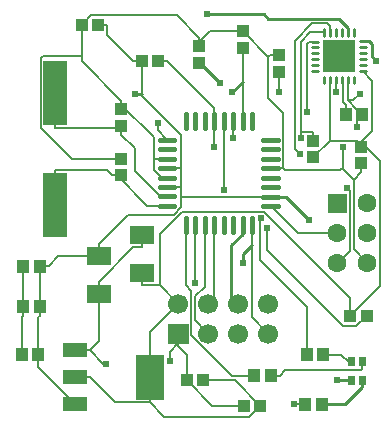
<source format=gtl>
G04 Layer: TopLayer*
G04 EasyEDA v6.4.5, 2020-09-10T17:23:05--4:00*
G04 2e966794ef5b4dc9b60ed7227ec9bd29,ebf70693e8d24e819ce4a1bff5f43d4f,10*
G04 Gerber Generator version 0.2*
G04 Scale: 100 percent, Rotated: No, Reflected: No *
G04 Dimensions in millimeters *
G04 leading zeros omitted , absolute positions ,3 integer and 3 decimal *
%FSLAX33Y33*%
%MOMM*%
G90*
G71D02*

%ADD10C,0.254000*%
%ADD11C,0.159995*%
%ADD12C,0.450012*%
%ADD13C,0.280010*%
%ADD14C,0.610006*%
%ADD15C,0.609600*%
%ADD16R,1.999996X5.499989*%
%ADD17R,1.099998X0.999998*%
%ADD18R,0.999998X1.099998*%
%ADD23R,1.999996X1.600200*%
%ADD25C,1.699997*%
%ADD26C,1.599997*%

%LPD*%
G54D10*
G01X18923Y28194D02*
G01X19785Y29032D01*
G01X10668Y28067D02*
G01X11240Y28067D01*
G01X29014Y3773D02*
G01X27813Y3773D01*
G01X22149Y19344D02*
G01X23455Y19344D01*
G01X25400Y17399D01*
G01X19812Y13716D02*
G01X19812Y14489D01*
G01X20574Y15251D01*
G01X19774Y16954D02*
G01X19774Y16217D01*
G01X18796Y15240D01*
G01X18796Y10922D01*
G01X19431Y10287D01*
G01X29915Y3773D02*
G01X29915Y3244D01*
G01X29083Y2413D01*
G01X28448Y1778D01*
G01X26482Y1778D01*
G01X29940Y32484D02*
G01X30480Y32484D01*
G01X30734Y32230D01*
G01X30734Y31242D01*
G01X31115Y30861D01*
G54D11*
G01X28695Y27505D02*
G01X29157Y27505D01*
G01X29718Y28067D01*
G54D10*
G01X17907Y28956D02*
G01X16195Y30668D01*
G01X16129Y30668D01*
G01X28710Y33241D02*
G01X28710Y33647D01*
G01X27940Y34417D01*
G01X21971Y34417D01*
G01X21590Y34798D01*
G01X16764Y34798D01*
G54D11*
G01X26610Y5969D02*
G01X28154Y5969D01*
G01X28751Y5369D01*
G01X29014Y5370D02*
G01X28752Y5370D01*
G01X28751Y5369D01*
G01X22906Y4191D02*
G01X23351Y4635D01*
G01X29784Y4635D01*
G01X29915Y4765D01*
G01X29915Y5370D01*
G01X22165Y4191D02*
G01X22906Y4191D01*
G01X28509Y26289D02*
G01X28509Y27081D01*
G01X28194Y29243D02*
G01X28243Y29194D01*
G01X28243Y27348D01*
G01X28509Y27081D01*
G01X27697Y28158D02*
G01X27697Y28160D01*
G01X27697Y29243D01*
G01X22860Y29905D02*
G01X22860Y29164D01*
G01X22860Y29164D02*
G01X22860Y28158D01*
G01X6831Y4064D02*
G01X8974Y1922D01*
G01X11938Y1922D01*
G01X5588Y4064D02*
G01X6831Y4064D01*
G01X11938Y2992D02*
G01X11938Y1922D01*
G01X11938Y2992D02*
G01X11938Y4064D01*
G01X21276Y1651D02*
G01X20341Y716D01*
G01X13145Y716D01*
G01X11938Y1922D01*
G01X11303Y12877D02*
G01X11303Y11836D01*
G01X29845Y23929D02*
G01X30775Y24858D01*
G01X30775Y29149D01*
G01X29939Y29984D01*
G01X28893Y9271D02*
G01X31400Y11780D01*
G01X31400Y22374D01*
G01X29845Y23929D01*
G01X14351Y10287D02*
G01X11938Y7874D01*
G01X11938Y4064D01*
G01X16450Y3810D02*
G01X19117Y3810D01*
G01X21276Y1651D01*
G01X11303Y11836D02*
G01X12802Y11836D01*
G01X12802Y11836D02*
G01X14351Y10287D01*
G01X28893Y9271D02*
G01X28893Y10063D01*
G01X12802Y11836D02*
G01X12802Y16192D01*
G01X14659Y18046D01*
G01X21596Y18046D01*
G01X28893Y10751D01*
G01X28893Y10063D01*
G01X29845Y23561D02*
G01X29845Y23743D01*
G01X29845Y23743D02*
G01X29845Y23929D01*
G01X29845Y23743D02*
G01X29508Y24081D01*
G01X27196Y24081D01*
G01X25781Y22666D02*
G01X27196Y24081D01*
G01X27196Y24081D02*
G01X27148Y24130D01*
G01X27148Y29194D01*
G01X27196Y29243D01*
G01X1077Y5969D02*
G01X1077Y9113D01*
G01X1204Y9240D01*
G01X1204Y9636D02*
G01X1204Y9240D01*
G01X1204Y9636D02*
G01X1204Y10033D01*
G01X1204Y10033D02*
G01X1204Y13462D01*
G01X13412Y24152D02*
G01X12622Y24942D01*
G01X12622Y25562D01*
G01X21370Y17498D02*
G01X21235Y17363D01*
G01X21235Y13939D01*
G01X25207Y9966D01*
G01X25207Y5969D01*
G01X13412Y19354D02*
G01X12787Y19354D01*
G01X10633Y21508D01*
G01X10633Y23484D01*
G01X9525Y24592D01*
G01X9525Y25333D02*
G01X9525Y24963D01*
G01X9525Y24963D02*
G01X9525Y24592D01*
G01X9525Y24963D02*
G01X9363Y25125D01*
G01X3937Y25125D01*
G01X3937Y28117D02*
G01X3937Y25125D01*
G01X8733Y21142D02*
G01X8266Y21610D01*
G01X3937Y21610D01*
G01X3937Y18618D02*
G01X3937Y21610D01*
G01X9525Y21142D02*
G01X9129Y21142D01*
G01X9129Y21142D02*
G01X8733Y21142D01*
G01X9129Y21142D02*
G01X11718Y18554D01*
G01X13412Y18554D01*
G01X20762Y4191D02*
G01X18870Y4191D01*
G01X15444Y7614D01*
G01X15444Y11358D01*
G01X14979Y11823D01*
G01X14979Y16954D01*
G01X25080Y1778D02*
G01X24113Y1778D01*
G01X15776Y12009D02*
G01X15776Y16954D01*
G01X16577Y16954D02*
G01X16577Y11711D01*
G01X15766Y10901D01*
G01X15766Y8872D01*
G01X16891Y7747D01*
G01X16891Y10287D02*
G01X17377Y10772D01*
G01X17377Y16954D01*
G01X22149Y18544D02*
G01X24438Y16256D01*
G01X27813Y16256D01*
G01X2607Y13462D02*
G01X3348Y13462D01*
G01X8301Y33909D02*
G01X8301Y33055D01*
G01X10496Y30861D01*
G01X7560Y33909D02*
G01X8301Y33909D01*
G01X11240Y30861D02*
G01X10496Y30861D01*
G01X5588Y1762D02*
G01X2480Y4874D01*
G01X2480Y5969D01*
G01X2480Y5969D02*
G01X2480Y9113D01*
G01X2607Y9240D01*
G01X2607Y9636D02*
G01X2607Y9240D01*
G01X2607Y9636D02*
G01X2607Y10033D01*
G01X2607Y10033D02*
G01X2607Y13462D01*
G01X7620Y14300D02*
G01X4186Y14300D01*
G01X3348Y13462D01*
G01X7620Y14300D02*
G01X7620Y15341D01*
G01X14608Y20154D02*
G01X13412Y20154D01*
G01X13412Y21752D02*
G01X14608Y21752D01*
G01X14608Y20154D02*
G01X14608Y21752D01*
G01X14608Y21752D02*
G01X14608Y24531D01*
G01X11240Y27899D01*
G01X11240Y30861D01*
G01X14608Y19344D02*
G01X22149Y19344D01*
G01X7620Y15341D02*
G01X10102Y17823D01*
G01X13978Y17823D01*
G01X14608Y18453D01*
G01X14608Y19344D01*
G01X14608Y19344D02*
G01X14608Y20154D01*
G01X19876Y1651D02*
G01X17209Y1651D01*
G01X15050Y3810D01*
G01X15050Y3810D02*
G01X15050Y5956D01*
G01X14351Y6654D01*
G01X11303Y16078D02*
G01X11303Y15034D01*
G01X9525Y26733D02*
G01X9525Y27106D01*
G01X9525Y27106D02*
G01X9525Y27477D01*
G01X29845Y22158D02*
G01X29845Y21417D01*
G01X14351Y7200D02*
G01X14351Y7747D01*
G01X7620Y12141D02*
G01X10514Y15034D01*
G01X11303Y15034D01*
G01X16129Y32811D02*
G01X14240Y34701D01*
G01X6952Y34701D01*
G01X6160Y33909D01*
G01X13412Y20955D02*
G01X12929Y20955D01*
G01X12274Y21610D01*
G01X12274Y22552D01*
G01X12274Y22552D02*
G01X12274Y24356D01*
G01X9525Y27106D01*
G01X23219Y21742D02*
G01X22149Y21742D01*
G01X12274Y22552D02*
G01X13412Y22552D01*
G01X30353Y13716D02*
G01X29188Y14881D01*
G01X29188Y20759D01*
G01X29188Y20759D02*
G01X29845Y21417D01*
G01X29188Y20759D02*
G01X28207Y21742D01*
G01X29500Y26289D02*
G01X29912Y26289D01*
G01X28695Y29243D02*
G01X28695Y27505D01*
G01X29500Y26697D01*
G01X29500Y26289D01*
G01X28207Y21742D02*
G01X28045Y21579D01*
G01X23379Y21579D01*
G01X23219Y21742D01*
G01X22860Y31308D02*
G01X22068Y31308D01*
G01X21956Y31193D02*
G01X22068Y31308D01*
G01X21956Y31193D02*
G01X19812Y33337D01*
G01X9525Y27477D02*
G01X6160Y30843D01*
G01X6160Y31226D01*
G01X6160Y31226D02*
G01X6160Y33909D01*
G01X6160Y31226D02*
G01X2866Y31226D01*
G01X2695Y31054D01*
G01X2695Y25156D01*
G01X5309Y22542D01*
G01X9525Y22542D01*
G01X16129Y32067D02*
G01X16129Y32440D01*
G01X16129Y32440D02*
G01X16129Y32811D01*
G01X16129Y32440D02*
G01X17029Y33337D01*
G01X19812Y33337D01*
G01X7620Y11386D02*
G01X7620Y12141D01*
G01X7620Y11386D02*
G01X7620Y11099D01*
G01X7620Y11099D02*
G01X7620Y7152D01*
G01X6831Y6362D01*
G01X5588Y6362D02*
G01X6831Y6362D01*
G01X14351Y7200D02*
G01X14351Y6926D01*
G01X14351Y6926D02*
G01X14351Y6654D01*
G01X8235Y5196D02*
G01X7996Y5196D01*
G01X6831Y6362D01*
G01X14351Y6926D02*
G01X13648Y6225D01*
G01X13648Y5450D01*
G01X28245Y23517D02*
G01X28245Y21780D01*
G01X28207Y21742D01*
G01X25942Y32473D02*
G01X25426Y32473D01*
G01X25256Y32303D01*
G01X25256Y26507D01*
G01X29500Y26289D02*
G01X29500Y25262D01*
G01X23219Y21742D02*
G01X23219Y26446D01*
G01X21956Y27708D01*
G01X21956Y31193D01*
G01X19812Y31196D02*
G01X19785Y31168D01*
G01X19785Y25717D01*
G01X19812Y31937D02*
G01X19812Y31196D01*
G01X25781Y24066D02*
G01X25781Y24810D01*
G01X18984Y25717D02*
G01X18984Y24264D01*
G01X24755Y24810D02*
G01X25781Y24810D01*
G01X26711Y33240D02*
G01X25500Y33240D01*
G01X24684Y32425D01*
G01X24684Y24881D01*
G01X24755Y24810D01*
G01X24755Y24810D02*
G01X24755Y24264D01*
G01X21832Y16718D02*
G01X21832Y14846D01*
G01X28288Y8389D01*
G01X29411Y8389D01*
G01X30293Y9271D01*
G01X18184Y25717D02*
G01X18184Y19911D01*
G01X27212Y33240D02*
G01X27212Y33751D01*
G01X26960Y34002D01*
G01X25662Y34002D01*
G01X24199Y32542D01*
G01X24199Y23383D01*
G01X24618Y22964D01*
G01X12640Y30861D02*
G01X13381Y30861D01*
G01X13381Y30861D02*
G01X17387Y26855D01*
G01X17387Y25717D01*
G01X17387Y23525D02*
G01X17387Y25717D01*
G01X27813Y13716D02*
G01X28865Y14767D01*
G01X28865Y19796D01*
G01X28583Y20078D01*
G01X21971Y7747D02*
G01X20574Y9144D01*
G01X20574Y16954D01*
G54D12*
G01X14986Y26317D02*
G01X14986Y25117D01*
G01X15787Y26317D02*
G01X15787Y25117D01*
G01X16587Y26317D02*
G01X16587Y25117D01*
G01X17387Y26317D02*
G01X17387Y25117D01*
G01X18184Y26317D02*
G01X18184Y25117D01*
G01X18984Y26317D02*
G01X18984Y25117D01*
G01X19785Y26317D02*
G01X19785Y25117D01*
G01X20585Y26317D02*
G01X20585Y25117D01*
G01X21549Y24142D02*
G01X22749Y24142D01*
G01X21549Y23342D02*
G01X22749Y23342D01*
G01X21549Y22542D02*
G01X22749Y22542D01*
G01X21549Y21742D02*
G01X22749Y21742D01*
G01X21549Y20944D02*
G01X22749Y20944D01*
G01X21549Y20144D02*
G01X22749Y20144D01*
G01X21549Y19344D02*
G01X22749Y19344D01*
G01X21549Y18544D02*
G01X22749Y18544D01*
G01X20574Y17554D02*
G01X20574Y16354D01*
G01X19774Y17554D02*
G01X19774Y16354D01*
G01X18974Y17554D02*
G01X18974Y16354D01*
G01X18174Y17554D02*
G01X18174Y16354D01*
G01X17377Y17554D02*
G01X17377Y16354D01*
G01X16577Y17554D02*
G01X16577Y16354D01*
G01X15776Y17554D02*
G01X15776Y16354D01*
G01X14976Y17554D02*
G01X14976Y16354D01*
G01X12812Y18554D02*
G01X14012Y18554D01*
G01X12812Y19354D02*
G01X14012Y19354D01*
G01X12812Y20154D02*
G01X14012Y20154D01*
G01X12812Y20955D02*
G01X14012Y20955D01*
G01X12812Y21752D02*
G01X14012Y21752D01*
G01X12812Y22552D02*
G01X14012Y22552D01*
G01X12812Y23352D02*
G01X14012Y23352D01*
G01X12812Y24152D02*
G01X14012Y24152D01*
G54D13*
G01X25681Y32473D02*
G01X26200Y32473D01*
G01X25681Y31973D02*
G01X26200Y31973D01*
G01X25681Y31473D02*
G01X26200Y31473D01*
G01X25681Y30975D02*
G01X26200Y30975D01*
G01X25681Y30474D02*
G01X26200Y30474D01*
G01X25681Y29974D02*
G01X26200Y29974D01*
G01X26696Y29501D02*
G01X26696Y28982D01*
G01X27196Y29501D02*
G01X27196Y28982D01*
G01X27697Y29501D02*
G01X27697Y28982D01*
G01X28194Y29501D02*
G01X28194Y28982D01*
G01X28695Y29501D02*
G01X28695Y28982D01*
G01X29195Y29501D02*
G01X29195Y28982D01*
G01X29680Y29984D02*
G01X30200Y29984D01*
G01X29680Y30485D02*
G01X30200Y30485D01*
G01X29680Y30985D02*
G01X30200Y30985D01*
G01X29680Y31483D02*
G01X30200Y31483D01*
G01X29680Y31983D02*
G01X30200Y31983D01*
G01X29680Y32484D02*
G01X30200Y32484D01*
G01X29210Y33501D02*
G01X29210Y32982D01*
G01X28710Y33501D02*
G01X28710Y32982D01*
G01X28210Y33501D02*
G01X28210Y32982D01*
G01X27712Y33501D02*
G01X27712Y32982D01*
G01X27212Y33501D02*
G01X27212Y32982D01*
G01X26711Y33501D02*
G01X26711Y32982D01*
G54D16*
G01X3937Y18617D03*
G01X3937Y28118D03*
G54D17*
G01X9525Y25334D03*
G01X9525Y26734D03*
G01X9525Y21143D03*
G01X9525Y22543D03*
G36*
G01X705Y14011D02*
G01X1705Y14011D01*
G01X1705Y12911D01*
G01X705Y12911D01*
G01X705Y14011D01*
G37*
G36*
G01X2105Y14011D02*
G01X3105Y14011D01*
G01X3105Y12911D01*
G01X2105Y12911D01*
G01X2105Y14011D01*
G37*
G36*
G01X705Y10582D02*
G01X1705Y10582D01*
G01X1705Y9482D01*
G01X705Y9482D01*
G01X705Y10582D01*
G37*
G36*
G01X2105Y10582D02*
G01X3105Y10582D01*
G01X3105Y9482D01*
G01X2105Y9482D01*
G01X2105Y10582D01*
G37*
G36*
G01X578Y6518D02*
G01X1578Y6518D01*
G01X1578Y5418D01*
G01X578Y5418D01*
G01X578Y6518D01*
G37*
G36*
G01X1978Y6518D02*
G01X2978Y6518D01*
G01X2978Y5418D01*
G01X1978Y5418D01*
G01X1978Y6518D01*
G37*
G54D18*
G01X12639Y30861D03*
G01X11239Y30861D03*
G36*
G01X26600Y32569D02*
G01X29281Y32569D01*
G01X29281Y29889D01*
G01X26600Y29889D01*
G01X26600Y32569D01*
G37*
G01X16449Y3810D03*
G01X15049Y3810D03*
G54D17*
G01X22860Y31307D03*
G01X22860Y29906D03*
G36*
G01X28010Y26838D02*
G01X29010Y26838D01*
G01X29010Y25738D01*
G01X28010Y25738D01*
G01X28010Y26838D01*
G37*
G36*
G01X29410Y26838D02*
G01X30410Y26838D01*
G01X30410Y25738D01*
G01X29410Y25738D01*
G01X29410Y26838D01*
G37*
G01X25781Y22667D03*
G01X25781Y24067D03*
G54D18*
G01X30292Y9271D03*
G01X28892Y9271D03*
G54D17*
G01X16129Y30668D03*
G01X16129Y32068D03*
G36*
G01X29639Y5770D02*
G01X30190Y5770D01*
G01X30190Y4970D01*
G01X29639Y4970D01*
G01X29639Y5770D01*
G37*
G36*
G01X28740Y5770D02*
G01X29289Y5770D01*
G01X29289Y4970D01*
G01X28740Y4970D01*
G01X28740Y5770D01*
G37*
G36*
G01X28740Y4173D02*
G01X29289Y4173D01*
G01X29289Y3373D01*
G01X28740Y3373D01*
G01X28740Y4173D01*
G37*
G36*
G01X29639Y4173D02*
G01X30190Y4173D01*
G01X30190Y3373D01*
G01X29639Y3373D01*
G01X29639Y4173D01*
G37*
G36*
G01X24708Y6518D02*
G01X25708Y6518D01*
G01X25708Y5418D01*
G01X24708Y5418D01*
G01X24708Y6518D01*
G37*
G36*
G01X26108Y6518D02*
G01X27108Y6518D01*
G01X27108Y5418D01*
G01X26108Y5418D01*
G01X26108Y6518D01*
G37*
G36*
G01X20263Y4740D02*
G01X21263Y4740D01*
G01X21263Y3640D01*
G01X20263Y3640D01*
G01X20263Y4740D01*
G37*
G36*
G01X21663Y4740D02*
G01X22663Y4740D01*
G01X22663Y3640D01*
G01X21663Y3640D01*
G01X21663Y4740D01*
G37*
G36*
G01X24581Y2327D02*
G01X25581Y2327D01*
G01X25581Y1227D01*
G01X24581Y1227D01*
G01X24581Y2327D01*
G37*
G36*
G01X25981Y2327D02*
G01X26981Y2327D01*
G01X26981Y1227D01*
G01X25981Y1227D01*
G01X25981Y2327D01*
G37*
G01X19812Y31938D03*
G01X19812Y33338D03*
G54D18*
G01X21275Y1651D03*
G01X19875Y1651D03*
G36*
G01X10788Y5963D02*
G01X13088Y5963D01*
G01X13088Y2164D01*
G01X10788Y2164D01*
G01X10788Y5963D01*
G37*
G36*
G01X4588Y4663D02*
G01X6588Y4663D01*
G01X6588Y3464D01*
G01X4588Y3464D01*
G01X4588Y4663D01*
G37*
G36*
G01X4588Y2364D02*
G01X6588Y2364D01*
G01X6588Y1164D01*
G01X4588Y1164D01*
G01X4588Y2364D01*
G37*
G36*
G01X4588Y6963D02*
G01X6588Y6963D01*
G01X6588Y5763D01*
G01X4588Y5763D01*
G01X4588Y6963D01*
G37*
G54D17*
G01X29845Y23560D03*
G01X29845Y22159D03*
G54D23*
G01X11303Y16077D03*
G01X11303Y12878D03*
G54D18*
G01X7559Y33909D03*
G01X6159Y33909D03*
G54D23*
G01X7620Y11100D03*
G01X7620Y14299D03*
G36*
G01X13502Y8596D02*
G01X15201Y8596D01*
G01X15201Y6897D01*
G01X13502Y6897D01*
G01X13502Y8596D01*
G37*
G54D25*
G01X14351Y10287D03*
G01X16891Y7747D03*
G01X16891Y10287D03*
G01X19431Y7747D03*
G01X19431Y10287D03*
G01X21971Y7747D03*
G01X21971Y10287D03*
G54D26*
G01X30353Y13716D03*
G01X27813Y13716D03*
G01X30353Y16256D03*
G01X27813Y16256D03*
G01X30353Y18796D03*
G36*
G01X27013Y19595D02*
G01X28613Y19595D01*
G01X28613Y17996D01*
G01X27013Y17996D01*
G01X27013Y19595D01*
G37*
G54D14*
G01X17387Y23525D03*
G01X28583Y20078D03*
G01X24618Y22964D03*
G01X18184Y19911D03*
G01X21832Y16718D03*
G01X18984Y24264D03*
G01X24755Y24264D03*
G01X29500Y25262D03*
G01X25256Y26507D03*
G01X28245Y23517D03*
G01X8235Y5196D03*
G01X13648Y5450D03*
G01X15776Y12009D03*
G01X24113Y1778D03*
G01X21370Y17498D03*
G01X12622Y25562D03*
G01X27697Y28158D03*
G01X22860Y28158D03*
G54D15*
G01X16764Y34798D03*
G01X17907Y28956D03*
G01X29718Y28067D03*
G01X31115Y30861D03*
G01X19812Y13716D03*
G01X25400Y17399D03*
G01X27813Y3773D03*
G01X10668Y28067D03*
G01X18923Y28194D03*
M00*
M02*

</source>
